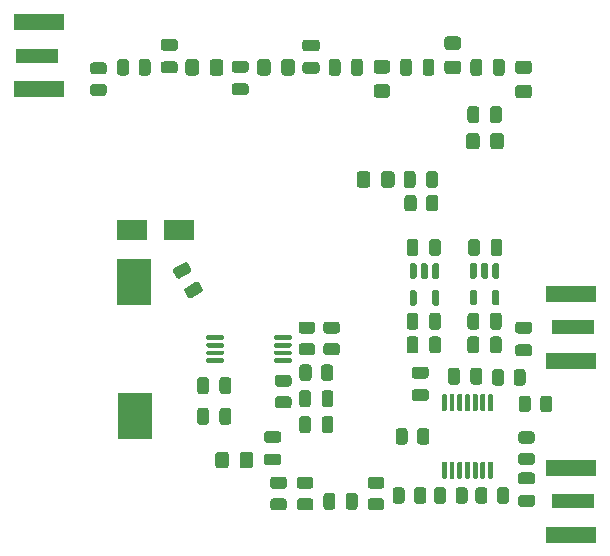
<source format=gbr>
%TF.GenerationSoftware,KiCad,Pcbnew,5.1.8*%
%TF.CreationDate,2020-12-19T17:09:28+01:00*%
%TF.ProjectId,GNI-plutoclocker,474e492d-706c-4757-946f-636c6f636b65,rev?*%
%TF.SameCoordinates,Original*%
%TF.FileFunction,Paste,Top*%
%TF.FilePolarity,Positive*%
%FSLAX46Y46*%
G04 Gerber Fmt 4.6, Leading zero omitted, Abs format (unit mm)*
G04 Created by KiCad (PCBNEW 5.1.8) date 2020-12-19 17:09:28*
%MOMM*%
%LPD*%
G01*
G04 APERTURE LIST*
%ADD10R,3.000000X4.000000*%
%ADD11R,3.600000X1.270000*%
%ADD12R,4.200000X1.350000*%
%ADD13R,2.500000X1.800000*%
G04 APERTURE END LIST*
%TO.C,C12*%
G36*
G01*
X103225000Y-87800000D02*
X102275000Y-87800000D01*
G75*
G02*
X102025000Y-87550000I0J250000D01*
G01*
X102025000Y-87050000D01*
G75*
G02*
X102275000Y-86800000I250000J0D01*
G01*
X103225000Y-86800000D01*
G75*
G02*
X103475000Y-87050000I0J-250000D01*
G01*
X103475000Y-87550000D01*
G75*
G02*
X103225000Y-87800000I-250000J0D01*
G01*
G37*
G36*
G01*
X103225000Y-89700000D02*
X102275000Y-89700000D01*
G75*
G02*
X102025000Y-89450000I0J250000D01*
G01*
X102025000Y-88950000D01*
G75*
G02*
X102275000Y-88700000I250000J0D01*
G01*
X103225000Y-88700000D01*
G75*
G02*
X103475000Y-88950000I0J-250000D01*
G01*
X103475000Y-89450000D01*
G75*
G02*
X103225000Y-89700000I-250000J0D01*
G01*
G37*
%TD*%
%TO.C,L9*%
G36*
G01*
X99050000Y-88799999D02*
X99050000Y-89700001D01*
G75*
G02*
X98800001Y-89950000I-249999J0D01*
G01*
X98149999Y-89950000D01*
G75*
G02*
X97900000Y-89700001I0J249999D01*
G01*
X97900000Y-88799999D01*
G75*
G02*
X98149999Y-88550000I249999J0D01*
G01*
X98800001Y-88550000D01*
G75*
G02*
X99050000Y-88799999I0J-249999D01*
G01*
G37*
G36*
G01*
X101100000Y-88799999D02*
X101100000Y-89700001D01*
G75*
G02*
X100850001Y-89950000I-249999J0D01*
G01*
X100199999Y-89950000D01*
G75*
G02*
X99950000Y-89700001I0J249999D01*
G01*
X99950000Y-88799999D01*
G75*
G02*
X100199999Y-88550000I249999J0D01*
G01*
X100850001Y-88550000D01*
G75*
G02*
X101100000Y-88799999I0J-249999D01*
G01*
G37*
%TD*%
%TO.C,C17*%
G36*
G01*
X120250000Y-79025000D02*
X120250000Y-79975000D01*
G75*
G02*
X120000000Y-80225000I-250000J0D01*
G01*
X119500000Y-80225000D01*
G75*
G02*
X119250000Y-79975000I0J250000D01*
G01*
X119250000Y-79025000D01*
G75*
G02*
X119500000Y-78775000I250000J0D01*
G01*
X120000000Y-78775000D01*
G75*
G02*
X120250000Y-79025000I0J-250000D01*
G01*
G37*
G36*
G01*
X122150000Y-79025000D02*
X122150000Y-79975000D01*
G75*
G02*
X121900000Y-80225000I-250000J0D01*
G01*
X121400000Y-80225000D01*
G75*
G02*
X121150000Y-79975000I0J250000D01*
G01*
X121150000Y-79025000D01*
G75*
G02*
X121400000Y-78775000I250000J0D01*
G01*
X121900000Y-78775000D01*
G75*
G02*
X122150000Y-79025000I0J-250000D01*
G01*
G37*
%TD*%
%TO.C,C4*%
G36*
G01*
X108050000Y-92275000D02*
X108050000Y-93225000D01*
G75*
G02*
X107800000Y-93475000I-250000J0D01*
G01*
X107300000Y-93475000D01*
G75*
G02*
X107050000Y-93225000I0J250000D01*
G01*
X107050000Y-92275000D01*
G75*
G02*
X107300000Y-92025000I250000J0D01*
G01*
X107800000Y-92025000D01*
G75*
G02*
X108050000Y-92275000I0J-250000D01*
G01*
G37*
G36*
G01*
X109950000Y-92275000D02*
X109950000Y-93225000D01*
G75*
G02*
X109700000Y-93475000I-250000J0D01*
G01*
X109200000Y-93475000D01*
G75*
G02*
X108950000Y-93225000I0J250000D01*
G01*
X108950000Y-92275000D01*
G75*
G02*
X109200000Y-92025000I250000J0D01*
G01*
X109700000Y-92025000D01*
G75*
G02*
X109950000Y-92275000I0J-250000D01*
G01*
G37*
%TD*%
%TO.C,C9*%
G36*
G01*
X115100000Y-77025000D02*
X115100000Y-77975000D01*
G75*
G02*
X114850000Y-78225000I-250000J0D01*
G01*
X114350000Y-78225000D01*
G75*
G02*
X114100000Y-77975000I0J250000D01*
G01*
X114100000Y-77025000D01*
G75*
G02*
X114350000Y-76775000I250000J0D01*
G01*
X114850000Y-76775000D01*
G75*
G02*
X115100000Y-77025000I0J-250000D01*
G01*
G37*
G36*
G01*
X117000000Y-77025000D02*
X117000000Y-77975000D01*
G75*
G02*
X116750000Y-78225000I-250000J0D01*
G01*
X116250000Y-78225000D01*
G75*
G02*
X116000000Y-77975000I0J250000D01*
G01*
X116000000Y-77025000D01*
G75*
G02*
X116250000Y-76775000I250000J0D01*
G01*
X116750000Y-76775000D01*
G75*
G02*
X117000000Y-77025000I0J-250000D01*
G01*
G37*
%TD*%
%TO.C,C16*%
G36*
G01*
X115100000Y-79025000D02*
X115100000Y-79975000D01*
G75*
G02*
X114850000Y-80225000I-250000J0D01*
G01*
X114350000Y-80225000D01*
G75*
G02*
X114100000Y-79975000I0J250000D01*
G01*
X114100000Y-79025000D01*
G75*
G02*
X114350000Y-78775000I250000J0D01*
G01*
X114850000Y-78775000D01*
G75*
G02*
X115100000Y-79025000I0J-250000D01*
G01*
G37*
G36*
G01*
X117000000Y-79025000D02*
X117000000Y-79975000D01*
G75*
G02*
X116750000Y-80225000I-250000J0D01*
G01*
X116250000Y-80225000D01*
G75*
G02*
X116000000Y-79975000I0J250000D01*
G01*
X116000000Y-79025000D01*
G75*
G02*
X116250000Y-78775000I250000J0D01*
G01*
X116750000Y-78775000D01*
G75*
G02*
X117000000Y-79025000I0J-250000D01*
G01*
G37*
%TD*%
%TO.C,U1*%
G36*
G01*
X116400000Y-74862500D02*
X116700000Y-74862500D01*
G75*
G02*
X116850000Y-75012500I0J-150000D01*
G01*
X116850000Y-76037500D01*
G75*
G02*
X116700000Y-76187500I-150000J0D01*
G01*
X116400000Y-76187500D01*
G75*
G02*
X116250000Y-76037500I0J150000D01*
G01*
X116250000Y-75012500D01*
G75*
G02*
X116400000Y-74862500I150000J0D01*
G01*
G37*
G36*
G01*
X114500000Y-74862500D02*
X114800000Y-74862500D01*
G75*
G02*
X114950000Y-75012500I0J-150000D01*
G01*
X114950000Y-76037500D01*
G75*
G02*
X114800000Y-76187500I-150000J0D01*
G01*
X114500000Y-76187500D01*
G75*
G02*
X114350000Y-76037500I0J150000D01*
G01*
X114350000Y-75012500D01*
G75*
G02*
X114500000Y-74862500I150000J0D01*
G01*
G37*
G36*
G01*
X114500000Y-72587500D02*
X114800000Y-72587500D01*
G75*
G02*
X114950000Y-72737500I0J-150000D01*
G01*
X114950000Y-73762500D01*
G75*
G02*
X114800000Y-73912500I-150000J0D01*
G01*
X114500000Y-73912500D01*
G75*
G02*
X114350000Y-73762500I0J150000D01*
G01*
X114350000Y-72737500D01*
G75*
G02*
X114500000Y-72587500I150000J0D01*
G01*
G37*
G36*
G01*
X115450000Y-72587500D02*
X115750000Y-72587500D01*
G75*
G02*
X115900000Y-72737500I0J-150000D01*
G01*
X115900000Y-73762500D01*
G75*
G02*
X115750000Y-73912500I-150000J0D01*
G01*
X115450000Y-73912500D01*
G75*
G02*
X115300000Y-73762500I0J150000D01*
G01*
X115300000Y-72737500D01*
G75*
G02*
X115450000Y-72587500I150000J0D01*
G01*
G37*
G36*
G01*
X116400000Y-72587500D02*
X116700000Y-72587500D01*
G75*
G02*
X116850000Y-72737500I0J-150000D01*
G01*
X116850000Y-73762500D01*
G75*
G02*
X116700000Y-73912500I-150000J0D01*
G01*
X116400000Y-73912500D01*
G75*
G02*
X116250000Y-73762500I0J150000D01*
G01*
X116250000Y-72737500D01*
G75*
G02*
X116400000Y-72587500I150000J0D01*
G01*
G37*
%TD*%
%TO.C,C2*%
G36*
G01*
X115100000Y-70775000D02*
X115100000Y-71725000D01*
G75*
G02*
X114850000Y-71975000I-250000J0D01*
G01*
X114350000Y-71975000D01*
G75*
G02*
X114100000Y-71725000I0J250000D01*
G01*
X114100000Y-70775000D01*
G75*
G02*
X114350000Y-70525000I250000J0D01*
G01*
X114850000Y-70525000D01*
G75*
G02*
X115100000Y-70775000I0J-250000D01*
G01*
G37*
G36*
G01*
X117000000Y-70775000D02*
X117000000Y-71725000D01*
G75*
G02*
X116750000Y-71975000I-250000J0D01*
G01*
X116250000Y-71975000D01*
G75*
G02*
X116000000Y-71725000I0J250000D01*
G01*
X116000000Y-70775000D01*
G75*
G02*
X116250000Y-70525000I250000J0D01*
G01*
X116750000Y-70525000D01*
G75*
G02*
X117000000Y-70775000I0J-250000D01*
G01*
G37*
%TD*%
%TO.C,R15*%
G36*
G01*
X125400000Y-84950002D02*
X125400000Y-84049998D01*
G75*
G02*
X125649998Y-83800000I249998J0D01*
G01*
X126175002Y-83800000D01*
G75*
G02*
X126425000Y-84049998I0J-249998D01*
G01*
X126425000Y-84950002D01*
G75*
G02*
X126175002Y-85200000I-249998J0D01*
G01*
X125649998Y-85200000D01*
G75*
G02*
X125400000Y-84950002I0J249998D01*
G01*
G37*
G36*
G01*
X123575000Y-84950002D02*
X123575000Y-84049998D01*
G75*
G02*
X123824998Y-83800000I249998J0D01*
G01*
X124350002Y-83800000D01*
G75*
G02*
X124600000Y-84049998I0J-249998D01*
G01*
X124600000Y-84950002D01*
G75*
G02*
X124350002Y-85200000I-249998J0D01*
G01*
X123824998Y-85200000D01*
G75*
G02*
X123575000Y-84950002I0J249998D01*
G01*
G37*
%TD*%
%TO.C,C6*%
G36*
G01*
X98250000Y-86025000D02*
X98250000Y-85075000D01*
G75*
G02*
X98500000Y-84825000I250000J0D01*
G01*
X99000000Y-84825000D01*
G75*
G02*
X99250000Y-85075000I0J-250000D01*
G01*
X99250000Y-86025000D01*
G75*
G02*
X99000000Y-86275000I-250000J0D01*
G01*
X98500000Y-86275000D01*
G75*
G02*
X98250000Y-86025000I0J250000D01*
G01*
G37*
G36*
G01*
X96350000Y-86025000D02*
X96350000Y-85075000D01*
G75*
G02*
X96600000Y-84825000I250000J0D01*
G01*
X97100000Y-84825000D01*
G75*
G02*
X97350000Y-85075000I0J-250000D01*
G01*
X97350000Y-86025000D01*
G75*
G02*
X97100000Y-86275000I-250000J0D01*
G01*
X96600000Y-86275000D01*
G75*
G02*
X96350000Y-86025000I0J250000D01*
G01*
G37*
%TD*%
%TO.C,U4*%
G36*
G01*
X121100000Y-89375000D02*
X121300000Y-89375000D01*
G75*
G02*
X121400000Y-89475000I0J-100000D01*
G01*
X121400000Y-90750000D01*
G75*
G02*
X121300000Y-90850000I-100000J0D01*
G01*
X121100000Y-90850000D01*
G75*
G02*
X121000000Y-90750000I0J100000D01*
G01*
X121000000Y-89475000D01*
G75*
G02*
X121100000Y-89375000I100000J0D01*
G01*
G37*
G36*
G01*
X120450000Y-89375000D02*
X120650000Y-89375000D01*
G75*
G02*
X120750000Y-89475000I0J-100000D01*
G01*
X120750000Y-90750000D01*
G75*
G02*
X120650000Y-90850000I-100000J0D01*
G01*
X120450000Y-90850000D01*
G75*
G02*
X120350000Y-90750000I0J100000D01*
G01*
X120350000Y-89475000D01*
G75*
G02*
X120450000Y-89375000I100000J0D01*
G01*
G37*
G36*
G01*
X119800000Y-89375000D02*
X120000000Y-89375000D01*
G75*
G02*
X120100000Y-89475000I0J-100000D01*
G01*
X120100000Y-90750000D01*
G75*
G02*
X120000000Y-90850000I-100000J0D01*
G01*
X119800000Y-90850000D01*
G75*
G02*
X119700000Y-90750000I0J100000D01*
G01*
X119700000Y-89475000D01*
G75*
G02*
X119800000Y-89375000I100000J0D01*
G01*
G37*
G36*
G01*
X119150000Y-89375000D02*
X119350000Y-89375000D01*
G75*
G02*
X119450000Y-89475000I0J-100000D01*
G01*
X119450000Y-90750000D01*
G75*
G02*
X119350000Y-90850000I-100000J0D01*
G01*
X119150000Y-90850000D01*
G75*
G02*
X119050000Y-90750000I0J100000D01*
G01*
X119050000Y-89475000D01*
G75*
G02*
X119150000Y-89375000I100000J0D01*
G01*
G37*
G36*
G01*
X118500000Y-89375000D02*
X118700000Y-89375000D01*
G75*
G02*
X118800000Y-89475000I0J-100000D01*
G01*
X118800000Y-90750000D01*
G75*
G02*
X118700000Y-90850000I-100000J0D01*
G01*
X118500000Y-90850000D01*
G75*
G02*
X118400000Y-90750000I0J100000D01*
G01*
X118400000Y-89475000D01*
G75*
G02*
X118500000Y-89375000I100000J0D01*
G01*
G37*
G36*
G01*
X117850000Y-89375000D02*
X118050000Y-89375000D01*
G75*
G02*
X118150000Y-89475000I0J-100000D01*
G01*
X118150000Y-90750000D01*
G75*
G02*
X118050000Y-90850000I-100000J0D01*
G01*
X117850000Y-90850000D01*
G75*
G02*
X117750000Y-90750000I0J100000D01*
G01*
X117750000Y-89475000D01*
G75*
G02*
X117850000Y-89375000I100000J0D01*
G01*
G37*
G36*
G01*
X117200000Y-89375000D02*
X117400000Y-89375000D01*
G75*
G02*
X117500000Y-89475000I0J-100000D01*
G01*
X117500000Y-90750000D01*
G75*
G02*
X117400000Y-90850000I-100000J0D01*
G01*
X117200000Y-90850000D01*
G75*
G02*
X117100000Y-90750000I0J100000D01*
G01*
X117100000Y-89475000D01*
G75*
G02*
X117200000Y-89375000I100000J0D01*
G01*
G37*
G36*
G01*
X117200000Y-83650000D02*
X117400000Y-83650000D01*
G75*
G02*
X117500000Y-83750000I0J-100000D01*
G01*
X117500000Y-85025000D01*
G75*
G02*
X117400000Y-85125000I-100000J0D01*
G01*
X117200000Y-85125000D01*
G75*
G02*
X117100000Y-85025000I0J100000D01*
G01*
X117100000Y-83750000D01*
G75*
G02*
X117200000Y-83650000I100000J0D01*
G01*
G37*
G36*
G01*
X117850000Y-83650000D02*
X118050000Y-83650000D01*
G75*
G02*
X118150000Y-83750000I0J-100000D01*
G01*
X118150000Y-85025000D01*
G75*
G02*
X118050000Y-85125000I-100000J0D01*
G01*
X117850000Y-85125000D01*
G75*
G02*
X117750000Y-85025000I0J100000D01*
G01*
X117750000Y-83750000D01*
G75*
G02*
X117850000Y-83650000I100000J0D01*
G01*
G37*
G36*
G01*
X118500000Y-83650000D02*
X118700000Y-83650000D01*
G75*
G02*
X118800000Y-83750000I0J-100000D01*
G01*
X118800000Y-85025000D01*
G75*
G02*
X118700000Y-85125000I-100000J0D01*
G01*
X118500000Y-85125000D01*
G75*
G02*
X118400000Y-85025000I0J100000D01*
G01*
X118400000Y-83750000D01*
G75*
G02*
X118500000Y-83650000I100000J0D01*
G01*
G37*
G36*
G01*
X119150000Y-83650000D02*
X119350000Y-83650000D01*
G75*
G02*
X119450000Y-83750000I0J-100000D01*
G01*
X119450000Y-85025000D01*
G75*
G02*
X119350000Y-85125000I-100000J0D01*
G01*
X119150000Y-85125000D01*
G75*
G02*
X119050000Y-85025000I0J100000D01*
G01*
X119050000Y-83750000D01*
G75*
G02*
X119150000Y-83650000I100000J0D01*
G01*
G37*
G36*
G01*
X119800000Y-83650000D02*
X120000000Y-83650000D01*
G75*
G02*
X120100000Y-83750000I0J-100000D01*
G01*
X120100000Y-85025000D01*
G75*
G02*
X120000000Y-85125000I-100000J0D01*
G01*
X119800000Y-85125000D01*
G75*
G02*
X119700000Y-85025000I0J100000D01*
G01*
X119700000Y-83750000D01*
G75*
G02*
X119800000Y-83650000I100000J0D01*
G01*
G37*
G36*
G01*
X120450000Y-83650000D02*
X120650000Y-83650000D01*
G75*
G02*
X120750000Y-83750000I0J-100000D01*
G01*
X120750000Y-85025000D01*
G75*
G02*
X120650000Y-85125000I-100000J0D01*
G01*
X120450000Y-85125000D01*
G75*
G02*
X120350000Y-85025000I0J100000D01*
G01*
X120350000Y-83750000D01*
G75*
G02*
X120450000Y-83650000I100000J0D01*
G01*
G37*
G36*
G01*
X121100000Y-83650000D02*
X121300000Y-83650000D01*
G75*
G02*
X121400000Y-83750000I0J-100000D01*
G01*
X121400000Y-85025000D01*
G75*
G02*
X121300000Y-85125000I-100000J0D01*
G01*
X121100000Y-85125000D01*
G75*
G02*
X121000000Y-85025000I0J100000D01*
G01*
X121000000Y-83750000D01*
G75*
G02*
X121100000Y-83650000I100000J0D01*
G01*
G37*
%TD*%
D10*
%TO.C,L3*%
X91060000Y-85520000D03*
X91040000Y-74180000D03*
%TD*%
%TO.C,U3*%
G36*
G01*
X98625000Y-80725000D02*
X98625000Y-80925000D01*
G75*
G02*
X98525000Y-81025000I-100000J0D01*
G01*
X97250000Y-81025000D01*
G75*
G02*
X97150000Y-80925000I0J100000D01*
G01*
X97150000Y-80725000D01*
G75*
G02*
X97250000Y-80625000I100000J0D01*
G01*
X98525000Y-80625000D01*
G75*
G02*
X98625000Y-80725000I0J-100000D01*
G01*
G37*
G36*
G01*
X98625000Y-80075000D02*
X98625000Y-80275000D01*
G75*
G02*
X98525000Y-80375000I-100000J0D01*
G01*
X97250000Y-80375000D01*
G75*
G02*
X97150000Y-80275000I0J100000D01*
G01*
X97150000Y-80075000D01*
G75*
G02*
X97250000Y-79975000I100000J0D01*
G01*
X98525000Y-79975000D01*
G75*
G02*
X98625000Y-80075000I0J-100000D01*
G01*
G37*
G36*
G01*
X98625000Y-79425000D02*
X98625000Y-79625000D01*
G75*
G02*
X98525000Y-79725000I-100000J0D01*
G01*
X97250000Y-79725000D01*
G75*
G02*
X97150000Y-79625000I0J100000D01*
G01*
X97150000Y-79425000D01*
G75*
G02*
X97250000Y-79325000I100000J0D01*
G01*
X98525000Y-79325000D01*
G75*
G02*
X98625000Y-79425000I0J-100000D01*
G01*
G37*
G36*
G01*
X98625000Y-78775000D02*
X98625000Y-78975000D01*
G75*
G02*
X98525000Y-79075000I-100000J0D01*
G01*
X97250000Y-79075000D01*
G75*
G02*
X97150000Y-78975000I0J100000D01*
G01*
X97150000Y-78775000D01*
G75*
G02*
X97250000Y-78675000I100000J0D01*
G01*
X98525000Y-78675000D01*
G75*
G02*
X98625000Y-78775000I0J-100000D01*
G01*
G37*
G36*
G01*
X104350000Y-78775000D02*
X104350000Y-78975000D01*
G75*
G02*
X104250000Y-79075000I-100000J0D01*
G01*
X102975000Y-79075000D01*
G75*
G02*
X102875000Y-78975000I0J100000D01*
G01*
X102875000Y-78775000D01*
G75*
G02*
X102975000Y-78675000I100000J0D01*
G01*
X104250000Y-78675000D01*
G75*
G02*
X104350000Y-78775000I0J-100000D01*
G01*
G37*
G36*
G01*
X104350000Y-79425000D02*
X104350000Y-79625000D01*
G75*
G02*
X104250000Y-79725000I-100000J0D01*
G01*
X102975000Y-79725000D01*
G75*
G02*
X102875000Y-79625000I0J100000D01*
G01*
X102875000Y-79425000D01*
G75*
G02*
X102975000Y-79325000I100000J0D01*
G01*
X104250000Y-79325000D01*
G75*
G02*
X104350000Y-79425000I0J-100000D01*
G01*
G37*
G36*
G01*
X104350000Y-80075000D02*
X104350000Y-80275000D01*
G75*
G02*
X104250000Y-80375000I-100000J0D01*
G01*
X102975000Y-80375000D01*
G75*
G02*
X102875000Y-80275000I0J100000D01*
G01*
X102875000Y-80075000D01*
G75*
G02*
X102975000Y-79975000I100000J0D01*
G01*
X104250000Y-79975000D01*
G75*
G02*
X104350000Y-80075000I0J-100000D01*
G01*
G37*
G36*
G01*
X104350000Y-80725000D02*
X104350000Y-80925000D01*
G75*
G02*
X104250000Y-81025000I-100000J0D01*
G01*
X102975000Y-81025000D01*
G75*
G02*
X102875000Y-80925000I0J100000D01*
G01*
X102875000Y-80725000D01*
G75*
G02*
X102975000Y-80625000I100000J0D01*
G01*
X104250000Y-80625000D01*
G75*
G02*
X104350000Y-80725000I0J-100000D01*
G01*
G37*
%TD*%
%TO.C,U2*%
G36*
G01*
X121500000Y-74837500D02*
X121800000Y-74837500D01*
G75*
G02*
X121950000Y-74987500I0J-150000D01*
G01*
X121950000Y-76012500D01*
G75*
G02*
X121800000Y-76162500I-150000J0D01*
G01*
X121500000Y-76162500D01*
G75*
G02*
X121350000Y-76012500I0J150000D01*
G01*
X121350000Y-74987500D01*
G75*
G02*
X121500000Y-74837500I150000J0D01*
G01*
G37*
G36*
G01*
X119600000Y-74837500D02*
X119900000Y-74837500D01*
G75*
G02*
X120050000Y-74987500I0J-150000D01*
G01*
X120050000Y-76012500D01*
G75*
G02*
X119900000Y-76162500I-150000J0D01*
G01*
X119600000Y-76162500D01*
G75*
G02*
X119450000Y-76012500I0J150000D01*
G01*
X119450000Y-74987500D01*
G75*
G02*
X119600000Y-74837500I150000J0D01*
G01*
G37*
G36*
G01*
X119600000Y-72562500D02*
X119900000Y-72562500D01*
G75*
G02*
X120050000Y-72712500I0J-150000D01*
G01*
X120050000Y-73737500D01*
G75*
G02*
X119900000Y-73887500I-150000J0D01*
G01*
X119600000Y-73887500D01*
G75*
G02*
X119450000Y-73737500I0J150000D01*
G01*
X119450000Y-72712500D01*
G75*
G02*
X119600000Y-72562500I150000J0D01*
G01*
G37*
G36*
G01*
X120550000Y-72562500D02*
X120850000Y-72562500D01*
G75*
G02*
X121000000Y-72712500I0J-150000D01*
G01*
X121000000Y-73737500D01*
G75*
G02*
X120850000Y-73887500I-150000J0D01*
G01*
X120550000Y-73887500D01*
G75*
G02*
X120400000Y-73737500I0J150000D01*
G01*
X120400000Y-72712500D01*
G75*
G02*
X120550000Y-72562500I150000J0D01*
G01*
G37*
G36*
G01*
X121500000Y-72562500D02*
X121800000Y-72562500D01*
G75*
G02*
X121950000Y-72712500I0J-150000D01*
G01*
X121950000Y-73737500D01*
G75*
G02*
X121800000Y-73887500I-150000J0D01*
G01*
X121500000Y-73887500D01*
G75*
G02*
X121350000Y-73737500I0J150000D01*
G01*
X121350000Y-72712500D01*
G75*
G02*
X121500000Y-72562500I150000J0D01*
G01*
G37*
%TD*%
%TO.C,R17*%
G36*
G01*
X118237500Y-92700002D02*
X118237500Y-91799998D01*
G75*
G02*
X118487498Y-91550000I249998J0D01*
G01*
X119012502Y-91550000D01*
G75*
G02*
X119262500Y-91799998I0J-249998D01*
G01*
X119262500Y-92700002D01*
G75*
G02*
X119012502Y-92950000I-249998J0D01*
G01*
X118487498Y-92950000D01*
G75*
G02*
X118237500Y-92700002I0J249998D01*
G01*
G37*
G36*
G01*
X116412500Y-92700002D02*
X116412500Y-91799998D01*
G75*
G02*
X116662498Y-91550000I249998J0D01*
G01*
X117187502Y-91550000D01*
G75*
G02*
X117437500Y-91799998I0J-249998D01*
G01*
X117437500Y-92700002D01*
G75*
G02*
X117187502Y-92950000I-249998J0D01*
G01*
X116662498Y-92950000D01*
G75*
G02*
X116412500Y-92700002I0J249998D01*
G01*
G37*
%TD*%
%TO.C,R16*%
G36*
G01*
X120937500Y-91799998D02*
X120937500Y-92700002D01*
G75*
G02*
X120687502Y-92950000I-249998J0D01*
G01*
X120162498Y-92950000D01*
G75*
G02*
X119912500Y-92700002I0J249998D01*
G01*
X119912500Y-91799998D01*
G75*
G02*
X120162498Y-91550000I249998J0D01*
G01*
X120687502Y-91550000D01*
G75*
G02*
X120937500Y-91799998I0J-249998D01*
G01*
G37*
G36*
G01*
X122762500Y-91799998D02*
X122762500Y-92700002D01*
G75*
G02*
X122512502Y-92950000I-249998J0D01*
G01*
X121987498Y-92950000D01*
G75*
G02*
X121737500Y-92700002I0J249998D01*
G01*
X121737500Y-91799998D01*
G75*
G02*
X121987498Y-91550000I249998J0D01*
G01*
X122512502Y-91550000D01*
G75*
G02*
X122762500Y-91799998I0J-249998D01*
G01*
G37*
%TD*%
%TO.C,R14*%
G36*
G01*
X123150000Y-82700002D02*
X123150000Y-81799998D01*
G75*
G02*
X123399998Y-81550000I249998J0D01*
G01*
X123925002Y-81550000D01*
G75*
G02*
X124175000Y-81799998I0J-249998D01*
G01*
X124175000Y-82700002D01*
G75*
G02*
X123925002Y-82950000I-249998J0D01*
G01*
X123399998Y-82950000D01*
G75*
G02*
X123150000Y-82700002I0J249998D01*
G01*
G37*
G36*
G01*
X121325000Y-82700002D02*
X121325000Y-81799998D01*
G75*
G02*
X121574998Y-81550000I249998J0D01*
G01*
X122100002Y-81550000D01*
G75*
G02*
X122350000Y-81799998I0J-249998D01*
G01*
X122350000Y-82700002D01*
G75*
G02*
X122100002Y-82950000I-249998J0D01*
G01*
X121574998Y-82950000D01*
G75*
G02*
X121325000Y-82700002I0J249998D01*
G01*
G37*
%TD*%
%TO.C,R13*%
G36*
G01*
X113937500Y-91799998D02*
X113937500Y-92700002D01*
G75*
G02*
X113687502Y-92950000I-249998J0D01*
G01*
X113162498Y-92950000D01*
G75*
G02*
X112912500Y-92700002I0J249998D01*
G01*
X112912500Y-91799998D01*
G75*
G02*
X113162498Y-91550000I249998J0D01*
G01*
X113687502Y-91550000D01*
G75*
G02*
X113937500Y-91799998I0J-249998D01*
G01*
G37*
G36*
G01*
X115762500Y-91799998D02*
X115762500Y-92700002D01*
G75*
G02*
X115512502Y-92950000I-249998J0D01*
G01*
X114987498Y-92950000D01*
G75*
G02*
X114737500Y-92700002I0J249998D01*
G01*
X114737500Y-91799998D01*
G75*
G02*
X114987498Y-91550000I249998J0D01*
G01*
X115512502Y-91550000D01*
G75*
G02*
X115762500Y-91799998I0J-249998D01*
G01*
G37*
%TD*%
%TO.C,R12*%
G36*
G01*
X114187500Y-86799998D02*
X114187500Y-87700002D01*
G75*
G02*
X113937502Y-87950000I-249998J0D01*
G01*
X113412498Y-87950000D01*
G75*
G02*
X113162500Y-87700002I0J249998D01*
G01*
X113162500Y-86799998D01*
G75*
G02*
X113412498Y-86550000I249998J0D01*
G01*
X113937502Y-86550000D01*
G75*
G02*
X114187500Y-86799998I0J-249998D01*
G01*
G37*
G36*
G01*
X116012500Y-86799998D02*
X116012500Y-87700002D01*
G75*
G02*
X115762502Y-87950000I-249998J0D01*
G01*
X115237498Y-87950000D01*
G75*
G02*
X114987500Y-87700002I0J249998D01*
G01*
X114987500Y-86799998D01*
G75*
G02*
X115237498Y-86550000I249998J0D01*
G01*
X115762502Y-86550000D01*
G75*
G02*
X116012500Y-86799998I0J-249998D01*
G01*
G37*
%TD*%
%TO.C,R11*%
G36*
G01*
X123799998Y-88650000D02*
X124700002Y-88650000D01*
G75*
G02*
X124950000Y-88899998I0J-249998D01*
G01*
X124950000Y-89425002D01*
G75*
G02*
X124700002Y-89675000I-249998J0D01*
G01*
X123799998Y-89675000D01*
G75*
G02*
X123550000Y-89425002I0J249998D01*
G01*
X123550000Y-88899998D01*
G75*
G02*
X123799998Y-88650000I249998J0D01*
G01*
G37*
G36*
G01*
X123799998Y-86825000D02*
X124700002Y-86825000D01*
G75*
G02*
X124950000Y-87074998I0J-249998D01*
G01*
X124950000Y-87600002D01*
G75*
G02*
X124700002Y-87850000I-249998J0D01*
G01*
X123799998Y-87850000D01*
G75*
G02*
X123550000Y-87600002I0J249998D01*
G01*
X123550000Y-87074998D01*
G75*
G02*
X123799998Y-86825000I249998J0D01*
G01*
G37*
%TD*%
%TO.C,R10*%
G36*
G01*
X111950002Y-91687500D02*
X111049998Y-91687500D01*
G75*
G02*
X110800000Y-91437502I0J249998D01*
G01*
X110800000Y-90912498D01*
G75*
G02*
X111049998Y-90662500I249998J0D01*
G01*
X111950002Y-90662500D01*
G75*
G02*
X112200000Y-90912498I0J-249998D01*
G01*
X112200000Y-91437502D01*
G75*
G02*
X111950002Y-91687500I-249998J0D01*
G01*
G37*
G36*
G01*
X111950002Y-93512500D02*
X111049998Y-93512500D01*
G75*
G02*
X110800000Y-93262502I0J249998D01*
G01*
X110800000Y-92737498D01*
G75*
G02*
X111049998Y-92487500I249998J0D01*
G01*
X111950002Y-92487500D01*
G75*
G02*
X112200000Y-92737498I0J-249998D01*
G01*
X112200000Y-93262502D01*
G75*
G02*
X111950002Y-93512500I-249998J0D01*
G01*
G37*
%TD*%
%TO.C,R9*%
G36*
G01*
X115737500Y-67950002D02*
X115737500Y-67049998D01*
G75*
G02*
X115987498Y-66800000I249998J0D01*
G01*
X116512502Y-66800000D01*
G75*
G02*
X116762500Y-67049998I0J-249998D01*
G01*
X116762500Y-67950002D01*
G75*
G02*
X116512502Y-68200000I-249998J0D01*
G01*
X115987498Y-68200000D01*
G75*
G02*
X115737500Y-67950002I0J249998D01*
G01*
G37*
G36*
G01*
X113912500Y-67950002D02*
X113912500Y-67049998D01*
G75*
G02*
X114162498Y-66800000I249998J0D01*
G01*
X114687502Y-66800000D01*
G75*
G02*
X114937500Y-67049998I0J-249998D01*
G01*
X114937500Y-67950002D01*
G75*
G02*
X114687502Y-68200000I-249998J0D01*
G01*
X114162498Y-68200000D01*
G75*
G02*
X113912500Y-67950002I0J249998D01*
G01*
G37*
%TD*%
%TO.C,R8*%
G36*
G01*
X106850000Y-82300002D02*
X106850000Y-81399998D01*
G75*
G02*
X107099998Y-81150000I249998J0D01*
G01*
X107625002Y-81150000D01*
G75*
G02*
X107875000Y-81399998I0J-249998D01*
G01*
X107875000Y-82300002D01*
G75*
G02*
X107625002Y-82550000I-249998J0D01*
G01*
X107099998Y-82550000D01*
G75*
G02*
X106850000Y-82300002I0J249998D01*
G01*
G37*
G36*
G01*
X105025000Y-82300002D02*
X105025000Y-81399998D01*
G75*
G02*
X105274998Y-81150000I249998J0D01*
G01*
X105800002Y-81150000D01*
G75*
G02*
X106050000Y-81399998I0J-249998D01*
G01*
X106050000Y-82300002D01*
G75*
G02*
X105800002Y-82550000I-249998J0D01*
G01*
X105274998Y-82550000D01*
G75*
G02*
X105025000Y-82300002I0J249998D01*
G01*
G37*
%TD*%
%TO.C,R7*%
G36*
G01*
X105199998Y-79350000D02*
X106100002Y-79350000D01*
G75*
G02*
X106350000Y-79599998I0J-249998D01*
G01*
X106350000Y-80125002D01*
G75*
G02*
X106100002Y-80375000I-249998J0D01*
G01*
X105199998Y-80375000D01*
G75*
G02*
X104950000Y-80125002I0J249998D01*
G01*
X104950000Y-79599998D01*
G75*
G02*
X105199998Y-79350000I249998J0D01*
G01*
G37*
G36*
G01*
X105199998Y-77525000D02*
X106100002Y-77525000D01*
G75*
G02*
X106350000Y-77774998I0J-249998D01*
G01*
X106350000Y-78300002D01*
G75*
G02*
X106100002Y-78550000I-249998J0D01*
G01*
X105199998Y-78550000D01*
G75*
G02*
X104950000Y-78300002I0J249998D01*
G01*
X104950000Y-77774998D01*
G75*
G02*
X105199998Y-77525000I249998J0D01*
G01*
G37*
%TD*%
%TO.C,R6*%
G36*
G01*
X108200002Y-78550000D02*
X107299998Y-78550000D01*
G75*
G02*
X107050000Y-78300002I0J249998D01*
G01*
X107050000Y-77774998D01*
G75*
G02*
X107299998Y-77525000I249998J0D01*
G01*
X108200002Y-77525000D01*
G75*
G02*
X108450000Y-77774998I0J-249998D01*
G01*
X108450000Y-78300002D01*
G75*
G02*
X108200002Y-78550000I-249998J0D01*
G01*
G37*
G36*
G01*
X108200002Y-80375000D02*
X107299998Y-80375000D01*
G75*
G02*
X107050000Y-80125002I0J249998D01*
G01*
X107050000Y-79599998D01*
G75*
G02*
X107299998Y-79350000I249998J0D01*
G01*
X108200002Y-79350000D01*
G75*
G02*
X108450000Y-79599998I0J-249998D01*
G01*
X108450000Y-80125002D01*
G75*
G02*
X108200002Y-80375000I-249998J0D01*
G01*
G37*
%TD*%
%TO.C,R5*%
G36*
G01*
X103199998Y-83850000D02*
X104100002Y-83850000D01*
G75*
G02*
X104350000Y-84099998I0J-249998D01*
G01*
X104350000Y-84625002D01*
G75*
G02*
X104100002Y-84875000I-249998J0D01*
G01*
X103199998Y-84875000D01*
G75*
G02*
X102950000Y-84625002I0J249998D01*
G01*
X102950000Y-84099998D01*
G75*
G02*
X103199998Y-83850000I249998J0D01*
G01*
G37*
G36*
G01*
X103199998Y-82025000D02*
X104100002Y-82025000D01*
G75*
G02*
X104350000Y-82274998I0J-249998D01*
G01*
X104350000Y-82800002D01*
G75*
G02*
X104100002Y-83050000I-249998J0D01*
G01*
X103199998Y-83050000D01*
G75*
G02*
X102950000Y-82800002I0J249998D01*
G01*
X102950000Y-82274998D01*
G75*
G02*
X103199998Y-82025000I249998J0D01*
G01*
G37*
%TD*%
%TO.C,R4*%
G36*
G01*
X90600000Y-55549998D02*
X90600000Y-56450002D01*
G75*
G02*
X90350002Y-56700000I-249998J0D01*
G01*
X89824998Y-56700000D01*
G75*
G02*
X89575000Y-56450002I0J249998D01*
G01*
X89575000Y-55549998D01*
G75*
G02*
X89824998Y-55300000I249998J0D01*
G01*
X90350002Y-55300000D01*
G75*
G02*
X90600000Y-55549998I0J-249998D01*
G01*
G37*
G36*
G01*
X92425000Y-55549998D02*
X92425000Y-56450002D01*
G75*
G02*
X92175002Y-56700000I-249998J0D01*
G01*
X91649998Y-56700000D01*
G75*
G02*
X91400000Y-56450002I0J249998D01*
G01*
X91400000Y-55549998D01*
G75*
G02*
X91649998Y-55300000I249998J0D01*
G01*
X92175002Y-55300000D01*
G75*
G02*
X92425000Y-55549998I0J-249998D01*
G01*
G37*
%TD*%
%TO.C,R3*%
G36*
G01*
X103700002Y-91687500D02*
X102799998Y-91687500D01*
G75*
G02*
X102550000Y-91437502I0J249998D01*
G01*
X102550000Y-90912498D01*
G75*
G02*
X102799998Y-90662500I249998J0D01*
G01*
X103700002Y-90662500D01*
G75*
G02*
X103950000Y-90912498I0J-249998D01*
G01*
X103950000Y-91437502D01*
G75*
G02*
X103700002Y-91687500I-249998J0D01*
G01*
G37*
G36*
G01*
X103700002Y-93512500D02*
X102799998Y-93512500D01*
G75*
G02*
X102550000Y-93262502I0J249998D01*
G01*
X102550000Y-92737498D01*
G75*
G02*
X102799998Y-92487500I249998J0D01*
G01*
X103700002Y-92487500D01*
G75*
G02*
X103950000Y-92737498I0J-249998D01*
G01*
X103950000Y-93262502D01*
G75*
G02*
X103700002Y-93512500I-249998J0D01*
G01*
G37*
%TD*%
%TO.C,R2*%
G36*
G01*
X105049998Y-92487500D02*
X105950002Y-92487500D01*
G75*
G02*
X106200000Y-92737498I0J-249998D01*
G01*
X106200000Y-93262502D01*
G75*
G02*
X105950002Y-93512500I-249998J0D01*
G01*
X105049998Y-93512500D01*
G75*
G02*
X104800000Y-93262502I0J249998D01*
G01*
X104800000Y-92737498D01*
G75*
G02*
X105049998Y-92487500I249998J0D01*
G01*
G37*
G36*
G01*
X105049998Y-90662500D02*
X105950002Y-90662500D01*
G75*
G02*
X106200000Y-90912498I0J-249998D01*
G01*
X106200000Y-91437502D01*
G75*
G02*
X105950002Y-91687500I-249998J0D01*
G01*
X105049998Y-91687500D01*
G75*
G02*
X104800000Y-91437502I0J249998D01*
G01*
X104800000Y-90912498D01*
G75*
G02*
X105049998Y-90662500I249998J0D01*
G01*
G37*
%TD*%
%TO.C,R1*%
G36*
G01*
X87549998Y-57400000D02*
X88450002Y-57400000D01*
G75*
G02*
X88700000Y-57649998I0J-249998D01*
G01*
X88700000Y-58175002D01*
G75*
G02*
X88450002Y-58425000I-249998J0D01*
G01*
X87549998Y-58425000D01*
G75*
G02*
X87300000Y-58175002I0J249998D01*
G01*
X87300000Y-57649998D01*
G75*
G02*
X87549998Y-57400000I249998J0D01*
G01*
G37*
G36*
G01*
X87549998Y-55575000D02*
X88450002Y-55575000D01*
G75*
G02*
X88700000Y-55824998I0J-249998D01*
G01*
X88700000Y-56350002D01*
G75*
G02*
X88450002Y-56600000I-249998J0D01*
G01*
X87549998Y-56600000D01*
G75*
G02*
X87300000Y-56350002I0J249998D01*
G01*
X87300000Y-55824998D01*
G75*
G02*
X87549998Y-55575000I249998J0D01*
G01*
G37*
%TD*%
%TO.C,L8*%
G36*
G01*
X124450001Y-56575000D02*
X123549999Y-56575000D01*
G75*
G02*
X123300000Y-56325001I0J249999D01*
G01*
X123300000Y-55674999D01*
G75*
G02*
X123549999Y-55425000I249999J0D01*
G01*
X124450001Y-55425000D01*
G75*
G02*
X124700000Y-55674999I0J-249999D01*
G01*
X124700000Y-56325001D01*
G75*
G02*
X124450001Y-56575000I-249999J0D01*
G01*
G37*
G36*
G01*
X124450001Y-58625000D02*
X123549999Y-58625000D01*
G75*
G02*
X123300000Y-58375001I0J249999D01*
G01*
X123300000Y-57724999D01*
G75*
G02*
X123549999Y-57475000I249999J0D01*
G01*
X124450001Y-57475000D01*
G75*
G02*
X124700000Y-57724999I0J-249999D01*
G01*
X124700000Y-58375001D01*
G75*
G02*
X124450001Y-58625000I-249999J0D01*
G01*
G37*
%TD*%
%TO.C,L7*%
G36*
G01*
X121175000Y-62700001D02*
X121175000Y-61799999D01*
G75*
G02*
X121424999Y-61550000I249999J0D01*
G01*
X122075001Y-61550000D01*
G75*
G02*
X122325000Y-61799999I0J-249999D01*
G01*
X122325000Y-62700001D01*
G75*
G02*
X122075001Y-62950000I-249999J0D01*
G01*
X121424999Y-62950000D01*
G75*
G02*
X121175000Y-62700001I0J249999D01*
G01*
G37*
G36*
G01*
X119125000Y-62700001D02*
X119125000Y-61799999D01*
G75*
G02*
X119374999Y-61550000I249999J0D01*
G01*
X120025001Y-61550000D01*
G75*
G02*
X120275000Y-61799999I0J-249999D01*
G01*
X120275000Y-62700001D01*
G75*
G02*
X120025001Y-62950000I-249999J0D01*
G01*
X119374999Y-62950000D01*
G75*
G02*
X119125000Y-62700001I0J249999D01*
G01*
G37*
%TD*%
%TO.C,L6*%
G36*
G01*
X111925000Y-65950001D02*
X111925000Y-65049999D01*
G75*
G02*
X112174999Y-64800000I249999J0D01*
G01*
X112825001Y-64800000D01*
G75*
G02*
X113075000Y-65049999I0J-249999D01*
G01*
X113075000Y-65950001D01*
G75*
G02*
X112825001Y-66200000I-249999J0D01*
G01*
X112174999Y-66200000D01*
G75*
G02*
X111925000Y-65950001I0J249999D01*
G01*
G37*
G36*
G01*
X109875000Y-65950001D02*
X109875000Y-65049999D01*
G75*
G02*
X110124999Y-64800000I249999J0D01*
G01*
X110775001Y-64800000D01*
G75*
G02*
X111025000Y-65049999I0J-249999D01*
G01*
X111025000Y-65950001D01*
G75*
G02*
X110775001Y-66200000I-249999J0D01*
G01*
X110124999Y-66200000D01*
G75*
G02*
X109875000Y-65950001I0J249999D01*
G01*
G37*
%TD*%
%TO.C,L5*%
G36*
G01*
X117549999Y-55425000D02*
X118450001Y-55425000D01*
G75*
G02*
X118700000Y-55674999I0J-249999D01*
G01*
X118700000Y-56325001D01*
G75*
G02*
X118450001Y-56575000I-249999J0D01*
G01*
X117549999Y-56575000D01*
G75*
G02*
X117300000Y-56325001I0J249999D01*
G01*
X117300000Y-55674999D01*
G75*
G02*
X117549999Y-55425000I249999J0D01*
G01*
G37*
G36*
G01*
X117549999Y-53375000D02*
X118450001Y-53375000D01*
G75*
G02*
X118700000Y-53624999I0J-249999D01*
G01*
X118700000Y-54275001D01*
G75*
G02*
X118450001Y-54525000I-249999J0D01*
G01*
X117549999Y-54525000D01*
G75*
G02*
X117300000Y-54275001I0J249999D01*
G01*
X117300000Y-53624999D01*
G75*
G02*
X117549999Y-53375000I249999J0D01*
G01*
G37*
%TD*%
%TO.C,L4*%
G36*
G01*
X112450001Y-56525000D02*
X111549999Y-56525000D01*
G75*
G02*
X111300000Y-56275001I0J249999D01*
G01*
X111300000Y-55624999D01*
G75*
G02*
X111549999Y-55375000I249999J0D01*
G01*
X112450001Y-55375000D01*
G75*
G02*
X112700000Y-55624999I0J-249999D01*
G01*
X112700000Y-56275001D01*
G75*
G02*
X112450001Y-56525000I-249999J0D01*
G01*
G37*
G36*
G01*
X112450001Y-58575000D02*
X111549999Y-58575000D01*
G75*
G02*
X111300000Y-58325001I0J249999D01*
G01*
X111300000Y-57674999D01*
G75*
G02*
X111549999Y-57425000I249999J0D01*
G01*
X112450001Y-57425000D01*
G75*
G02*
X112700000Y-57674999I0J-249999D01*
G01*
X112700000Y-58325001D01*
G75*
G02*
X112450001Y-58575000I-249999J0D01*
G01*
G37*
%TD*%
%TO.C,L2*%
G36*
G01*
X103475000Y-56450001D02*
X103475000Y-55549999D01*
G75*
G02*
X103724999Y-55300000I249999J0D01*
G01*
X104375001Y-55300000D01*
G75*
G02*
X104625000Y-55549999I0J-249999D01*
G01*
X104625000Y-56450001D01*
G75*
G02*
X104375001Y-56700000I-249999J0D01*
G01*
X103724999Y-56700000D01*
G75*
G02*
X103475000Y-56450001I0J249999D01*
G01*
G37*
G36*
G01*
X101425000Y-56450001D02*
X101425000Y-55549999D01*
G75*
G02*
X101674999Y-55300000I249999J0D01*
G01*
X102325001Y-55300000D01*
G75*
G02*
X102575000Y-55549999I0J-249999D01*
G01*
X102575000Y-56450001D01*
G75*
G02*
X102325001Y-56700000I-249999J0D01*
G01*
X101674999Y-56700000D01*
G75*
G02*
X101425000Y-56450001I0J249999D01*
G01*
G37*
%TD*%
%TO.C,L1*%
G36*
G01*
X97425000Y-56450001D02*
X97425000Y-55549999D01*
G75*
G02*
X97674999Y-55300000I249999J0D01*
G01*
X98325001Y-55300000D01*
G75*
G02*
X98575000Y-55549999I0J-249999D01*
G01*
X98575000Y-56450001D01*
G75*
G02*
X98325001Y-56700000I-249999J0D01*
G01*
X97674999Y-56700000D01*
G75*
G02*
X97425000Y-56450001I0J249999D01*
G01*
G37*
G36*
G01*
X95375000Y-56450001D02*
X95375000Y-55549999D01*
G75*
G02*
X95624999Y-55300000I249999J0D01*
G01*
X96275001Y-55300000D01*
G75*
G02*
X96525000Y-55549999I0J-249999D01*
G01*
X96525000Y-56450001D01*
G75*
G02*
X96275001Y-56700000I-249999J0D01*
G01*
X95624999Y-56700000D01*
G75*
G02*
X95375000Y-56450001I0J249999D01*
G01*
G37*
%TD*%
D11*
%TO.C,J6*%
X128200000Y-92750000D03*
D12*
X128000000Y-89925000D03*
X128000000Y-95575000D03*
%TD*%
D11*
%TO.C,J4*%
X128200000Y-78000000D03*
D12*
X128000000Y-75175000D03*
X128000000Y-80825000D03*
%TD*%
D11*
%TO.C,J1*%
X82800000Y-55000000D03*
D12*
X83000000Y-57825000D03*
X83000000Y-52175000D03*
%TD*%
D13*
%TO.C,D1*%
X90850000Y-69750000D03*
X94850000Y-69750000D03*
%TD*%
%TO.C,C29*%
G36*
G01*
X124475000Y-78550000D02*
X123525000Y-78550000D01*
G75*
G02*
X123275000Y-78300000I0J250000D01*
G01*
X123275000Y-77800000D01*
G75*
G02*
X123525000Y-77550000I250000J0D01*
G01*
X124475000Y-77550000D01*
G75*
G02*
X124725000Y-77800000I0J-250000D01*
G01*
X124725000Y-78300000D01*
G75*
G02*
X124475000Y-78550000I-250000J0D01*
G01*
G37*
G36*
G01*
X124475000Y-80450000D02*
X123525000Y-80450000D01*
G75*
G02*
X123275000Y-80200000I0J250000D01*
G01*
X123275000Y-79700000D01*
G75*
G02*
X123525000Y-79450000I250000J0D01*
G01*
X124475000Y-79450000D01*
G75*
G02*
X124725000Y-79700000I0J-250000D01*
G01*
X124725000Y-80200000D01*
G75*
G02*
X124475000Y-80450000I-250000J0D01*
G01*
G37*
%TD*%
%TO.C,C28*%
G36*
G01*
X124725000Y-91300000D02*
X123775000Y-91300000D01*
G75*
G02*
X123525000Y-91050000I0J250000D01*
G01*
X123525000Y-90550000D01*
G75*
G02*
X123775000Y-90300000I250000J0D01*
G01*
X124725000Y-90300000D01*
G75*
G02*
X124975000Y-90550000I0J-250000D01*
G01*
X124975000Y-91050000D01*
G75*
G02*
X124725000Y-91300000I-250000J0D01*
G01*
G37*
G36*
G01*
X124725000Y-93200000D02*
X123775000Y-93200000D01*
G75*
G02*
X123525000Y-92950000I0J250000D01*
G01*
X123525000Y-92450000D01*
G75*
G02*
X123775000Y-92200000I250000J0D01*
G01*
X124725000Y-92200000D01*
G75*
G02*
X124975000Y-92450000I0J-250000D01*
G01*
X124975000Y-92950000D01*
G75*
G02*
X124725000Y-93200000I-250000J0D01*
G01*
G37*
%TD*%
%TO.C,C27*%
G36*
G01*
X119500000Y-82625000D02*
X119500000Y-81675000D01*
G75*
G02*
X119750000Y-81425000I250000J0D01*
G01*
X120250000Y-81425000D01*
G75*
G02*
X120500000Y-81675000I0J-250000D01*
G01*
X120500000Y-82625000D01*
G75*
G02*
X120250000Y-82875000I-250000J0D01*
G01*
X119750000Y-82875000D01*
G75*
G02*
X119500000Y-82625000I0J250000D01*
G01*
G37*
G36*
G01*
X117600000Y-82625000D02*
X117600000Y-81675000D01*
G75*
G02*
X117850000Y-81425000I250000J0D01*
G01*
X118350000Y-81425000D01*
G75*
G02*
X118600000Y-81675000I0J-250000D01*
G01*
X118600000Y-82625000D01*
G75*
G02*
X118350000Y-82875000I-250000J0D01*
G01*
X117850000Y-82875000D01*
G75*
G02*
X117600000Y-82625000I0J250000D01*
G01*
G37*
%TD*%
%TO.C,C26*%
G36*
G01*
X115725000Y-82350000D02*
X114775000Y-82350000D01*
G75*
G02*
X114525000Y-82100000I0J250000D01*
G01*
X114525000Y-81600000D01*
G75*
G02*
X114775000Y-81350000I250000J0D01*
G01*
X115725000Y-81350000D01*
G75*
G02*
X115975000Y-81600000I0J-250000D01*
G01*
X115975000Y-82100000D01*
G75*
G02*
X115725000Y-82350000I-250000J0D01*
G01*
G37*
G36*
G01*
X115725000Y-84250000D02*
X114775000Y-84250000D01*
G75*
G02*
X114525000Y-84000000I0J250000D01*
G01*
X114525000Y-83500000D01*
G75*
G02*
X114775000Y-83250000I250000J0D01*
G01*
X115725000Y-83250000D01*
G75*
G02*
X115975000Y-83500000I0J-250000D01*
G01*
X115975000Y-84000000D01*
G75*
G02*
X115725000Y-84250000I-250000J0D01*
G01*
G37*
%TD*%
%TO.C,C25*%
G36*
G01*
X114850000Y-65025000D02*
X114850000Y-65975000D01*
G75*
G02*
X114600000Y-66225000I-250000J0D01*
G01*
X114100000Y-66225000D01*
G75*
G02*
X113850000Y-65975000I0J250000D01*
G01*
X113850000Y-65025000D01*
G75*
G02*
X114100000Y-64775000I250000J0D01*
G01*
X114600000Y-64775000D01*
G75*
G02*
X114850000Y-65025000I0J-250000D01*
G01*
G37*
G36*
G01*
X116750000Y-65025000D02*
X116750000Y-65975000D01*
G75*
G02*
X116500000Y-66225000I-250000J0D01*
G01*
X116000000Y-66225000D01*
G75*
G02*
X115750000Y-65975000I0J250000D01*
G01*
X115750000Y-65025000D01*
G75*
G02*
X116000000Y-64775000I250000J0D01*
G01*
X116500000Y-64775000D01*
G75*
G02*
X116750000Y-65025000I0J-250000D01*
G01*
G37*
%TD*%
%TO.C,C24*%
G36*
G01*
X120250000Y-59525000D02*
X120250000Y-60475000D01*
G75*
G02*
X120000000Y-60725000I-250000J0D01*
G01*
X119500000Y-60725000D01*
G75*
G02*
X119250000Y-60475000I0J250000D01*
G01*
X119250000Y-59525000D01*
G75*
G02*
X119500000Y-59275000I250000J0D01*
G01*
X120000000Y-59275000D01*
G75*
G02*
X120250000Y-59525000I0J-250000D01*
G01*
G37*
G36*
G01*
X122150000Y-59525000D02*
X122150000Y-60475000D01*
G75*
G02*
X121900000Y-60725000I-250000J0D01*
G01*
X121400000Y-60725000D01*
G75*
G02*
X121150000Y-60475000I0J250000D01*
G01*
X121150000Y-59525000D01*
G75*
G02*
X121400000Y-59275000I250000J0D01*
G01*
X121900000Y-59275000D01*
G75*
G02*
X122150000Y-59525000I0J-250000D01*
G01*
G37*
%TD*%
%TO.C,C23*%
G36*
G01*
X95388638Y-74654488D02*
X96211362Y-74179488D01*
G75*
G02*
X96552868Y-74270994I125000J-216506D01*
G01*
X96802868Y-74704006D01*
G75*
G02*
X96711362Y-75045512I-216506J-125000D01*
G01*
X95888638Y-75520512D01*
G75*
G02*
X95547132Y-75429006I-125000J216506D01*
G01*
X95297132Y-74995994D01*
G75*
G02*
X95388638Y-74654488I216506J125000D01*
G01*
G37*
G36*
G01*
X94438638Y-73009040D02*
X95261362Y-72534040D01*
G75*
G02*
X95602868Y-72625546I125000J-216506D01*
G01*
X95852868Y-73058558D01*
G75*
G02*
X95761362Y-73400064I-216506J-125000D01*
G01*
X94938638Y-73875064D01*
G75*
G02*
X94597132Y-73783558I-125000J216506D01*
G01*
X94347132Y-73350546D01*
G75*
G02*
X94438638Y-73009040I216506J125000D01*
G01*
G37*
%TD*%
%TO.C,C21*%
G36*
G01*
X120500000Y-55525000D02*
X120500000Y-56475000D01*
G75*
G02*
X120250000Y-56725000I-250000J0D01*
G01*
X119750000Y-56725000D01*
G75*
G02*
X119500000Y-56475000I0J250000D01*
G01*
X119500000Y-55525000D01*
G75*
G02*
X119750000Y-55275000I250000J0D01*
G01*
X120250000Y-55275000D01*
G75*
G02*
X120500000Y-55525000I0J-250000D01*
G01*
G37*
G36*
G01*
X122400000Y-55525000D02*
X122400000Y-56475000D01*
G75*
G02*
X122150000Y-56725000I-250000J0D01*
G01*
X121650000Y-56725000D01*
G75*
G02*
X121400000Y-56475000I0J250000D01*
G01*
X121400000Y-55525000D01*
G75*
G02*
X121650000Y-55275000I250000J0D01*
G01*
X122150000Y-55275000D01*
G75*
G02*
X122400000Y-55525000I0J-250000D01*
G01*
G37*
%TD*%
%TO.C,C19*%
G36*
G01*
X114550000Y-55525000D02*
X114550000Y-56475000D01*
G75*
G02*
X114300000Y-56725000I-250000J0D01*
G01*
X113800000Y-56725000D01*
G75*
G02*
X113550000Y-56475000I0J250000D01*
G01*
X113550000Y-55525000D01*
G75*
G02*
X113800000Y-55275000I250000J0D01*
G01*
X114300000Y-55275000D01*
G75*
G02*
X114550000Y-55525000I0J-250000D01*
G01*
G37*
G36*
G01*
X116450000Y-55525000D02*
X116450000Y-56475000D01*
G75*
G02*
X116200000Y-56725000I-250000J0D01*
G01*
X115700000Y-56725000D01*
G75*
G02*
X115450000Y-56475000I0J250000D01*
G01*
X115450000Y-55525000D01*
G75*
G02*
X115700000Y-55275000I250000J0D01*
G01*
X116200000Y-55275000D01*
G75*
G02*
X116450000Y-55525000I0J-250000D01*
G01*
G37*
%TD*%
%TO.C,C18*%
G36*
G01*
X106900000Y-84525000D02*
X106900000Y-83575000D01*
G75*
G02*
X107150000Y-83325000I250000J0D01*
G01*
X107650000Y-83325000D01*
G75*
G02*
X107900000Y-83575000I0J-250000D01*
G01*
X107900000Y-84525000D01*
G75*
G02*
X107650000Y-84775000I-250000J0D01*
G01*
X107150000Y-84775000D01*
G75*
G02*
X106900000Y-84525000I0J250000D01*
G01*
G37*
G36*
G01*
X105000000Y-84525000D02*
X105000000Y-83575000D01*
G75*
G02*
X105250000Y-83325000I250000J0D01*
G01*
X105750000Y-83325000D01*
G75*
G02*
X106000000Y-83575000I0J-250000D01*
G01*
X106000000Y-84525000D01*
G75*
G02*
X105750000Y-84775000I-250000J0D01*
G01*
X105250000Y-84775000D01*
G75*
G02*
X105000000Y-84525000I0J250000D01*
G01*
G37*
%TD*%
%TO.C,C15*%
G36*
G01*
X106900000Y-86725000D02*
X106900000Y-85775000D01*
G75*
G02*
X107150000Y-85525000I250000J0D01*
G01*
X107650000Y-85525000D01*
G75*
G02*
X107900000Y-85775000I0J-250000D01*
G01*
X107900000Y-86725000D01*
G75*
G02*
X107650000Y-86975000I-250000J0D01*
G01*
X107150000Y-86975000D01*
G75*
G02*
X106900000Y-86725000I0J250000D01*
G01*
G37*
G36*
G01*
X105000000Y-86725000D02*
X105000000Y-85775000D01*
G75*
G02*
X105250000Y-85525000I250000J0D01*
G01*
X105750000Y-85525000D01*
G75*
G02*
X106000000Y-85775000I0J-250000D01*
G01*
X106000000Y-86725000D01*
G75*
G02*
X105750000Y-86975000I-250000J0D01*
G01*
X105250000Y-86975000D01*
G75*
G02*
X105000000Y-86725000I0J250000D01*
G01*
G37*
%TD*%
%TO.C,C14*%
G36*
G01*
X108500000Y-55525000D02*
X108500000Y-56475000D01*
G75*
G02*
X108250000Y-56725000I-250000J0D01*
G01*
X107750000Y-56725000D01*
G75*
G02*
X107500000Y-56475000I0J250000D01*
G01*
X107500000Y-55525000D01*
G75*
G02*
X107750000Y-55275000I250000J0D01*
G01*
X108250000Y-55275000D01*
G75*
G02*
X108500000Y-55525000I0J-250000D01*
G01*
G37*
G36*
G01*
X110400000Y-55525000D02*
X110400000Y-56475000D01*
G75*
G02*
X110150000Y-56725000I-250000J0D01*
G01*
X109650000Y-56725000D01*
G75*
G02*
X109400000Y-56475000I0J250000D01*
G01*
X109400000Y-55525000D01*
G75*
G02*
X109650000Y-55275000I250000J0D01*
G01*
X110150000Y-55275000D01*
G75*
G02*
X110400000Y-55525000I0J-250000D01*
G01*
G37*
%TD*%
%TO.C,C11*%
G36*
G01*
X106475000Y-54650000D02*
X105525000Y-54650000D01*
G75*
G02*
X105275000Y-54400000I0J250000D01*
G01*
X105275000Y-53900000D01*
G75*
G02*
X105525000Y-53650000I250000J0D01*
G01*
X106475000Y-53650000D01*
G75*
G02*
X106725000Y-53900000I0J-250000D01*
G01*
X106725000Y-54400000D01*
G75*
G02*
X106475000Y-54650000I-250000J0D01*
G01*
G37*
G36*
G01*
X106475000Y-56550000D02*
X105525000Y-56550000D01*
G75*
G02*
X105275000Y-56300000I0J250000D01*
G01*
X105275000Y-55800000D01*
G75*
G02*
X105525000Y-55550000I250000J0D01*
G01*
X106475000Y-55550000D01*
G75*
G02*
X106725000Y-55800000I0J-250000D01*
G01*
X106725000Y-56300000D01*
G75*
G02*
X106475000Y-56550000I-250000J0D01*
G01*
G37*
%TD*%
%TO.C,C10*%
G36*
G01*
X120250000Y-77025000D02*
X120250000Y-77975000D01*
G75*
G02*
X120000000Y-78225000I-250000J0D01*
G01*
X119500000Y-78225000D01*
G75*
G02*
X119250000Y-77975000I0J250000D01*
G01*
X119250000Y-77025000D01*
G75*
G02*
X119500000Y-76775000I250000J0D01*
G01*
X120000000Y-76775000D01*
G75*
G02*
X120250000Y-77025000I0J-250000D01*
G01*
G37*
G36*
G01*
X122150000Y-77025000D02*
X122150000Y-77975000D01*
G75*
G02*
X121900000Y-78225000I-250000J0D01*
G01*
X121400000Y-78225000D01*
G75*
G02*
X121150000Y-77975000I0J250000D01*
G01*
X121150000Y-77025000D01*
G75*
G02*
X121400000Y-76775000I250000J0D01*
G01*
X121900000Y-76775000D01*
G75*
G02*
X122150000Y-77025000I0J-250000D01*
G01*
G37*
%TD*%
%TO.C,C8*%
G36*
G01*
X99525000Y-57350000D02*
X100475000Y-57350000D01*
G75*
G02*
X100725000Y-57600000I0J-250000D01*
G01*
X100725000Y-58100000D01*
G75*
G02*
X100475000Y-58350000I-250000J0D01*
G01*
X99525000Y-58350000D01*
G75*
G02*
X99275000Y-58100000I0J250000D01*
G01*
X99275000Y-57600000D01*
G75*
G02*
X99525000Y-57350000I250000J0D01*
G01*
G37*
G36*
G01*
X99525000Y-55450000D02*
X100475000Y-55450000D01*
G75*
G02*
X100725000Y-55700000I0J-250000D01*
G01*
X100725000Y-56200000D01*
G75*
G02*
X100475000Y-56450000I-250000J0D01*
G01*
X99525000Y-56450000D01*
G75*
G02*
X99275000Y-56200000I0J250000D01*
G01*
X99275000Y-55700000D01*
G75*
G02*
X99525000Y-55450000I250000J0D01*
G01*
G37*
%TD*%
%TO.C,C7*%
G36*
G01*
X98250000Y-83425000D02*
X98250000Y-82475000D01*
G75*
G02*
X98500000Y-82225000I250000J0D01*
G01*
X99000000Y-82225000D01*
G75*
G02*
X99250000Y-82475000I0J-250000D01*
G01*
X99250000Y-83425000D01*
G75*
G02*
X99000000Y-83675000I-250000J0D01*
G01*
X98500000Y-83675000D01*
G75*
G02*
X98250000Y-83425000I0J250000D01*
G01*
G37*
G36*
G01*
X96350000Y-83425000D02*
X96350000Y-82475000D01*
G75*
G02*
X96600000Y-82225000I250000J0D01*
G01*
X97100000Y-82225000D01*
G75*
G02*
X97350000Y-82475000I0J-250000D01*
G01*
X97350000Y-83425000D01*
G75*
G02*
X97100000Y-83675000I-250000J0D01*
G01*
X96600000Y-83675000D01*
G75*
G02*
X96350000Y-83425000I0J250000D01*
G01*
G37*
%TD*%
%TO.C,C5*%
G36*
G01*
X94475000Y-54600000D02*
X93525000Y-54600000D01*
G75*
G02*
X93275000Y-54350000I0J250000D01*
G01*
X93275000Y-53850000D01*
G75*
G02*
X93525000Y-53600000I250000J0D01*
G01*
X94475000Y-53600000D01*
G75*
G02*
X94725000Y-53850000I0J-250000D01*
G01*
X94725000Y-54350000D01*
G75*
G02*
X94475000Y-54600000I-250000J0D01*
G01*
G37*
G36*
G01*
X94475000Y-56500000D02*
X93525000Y-56500000D01*
G75*
G02*
X93275000Y-56250000I0J250000D01*
G01*
X93275000Y-55750000D01*
G75*
G02*
X93525000Y-55500000I250000J0D01*
G01*
X94475000Y-55500000D01*
G75*
G02*
X94725000Y-55750000I0J-250000D01*
G01*
X94725000Y-56250000D01*
G75*
G02*
X94475000Y-56500000I-250000J0D01*
G01*
G37*
%TD*%
%TO.C,C3*%
G36*
G01*
X120300000Y-70775000D02*
X120300000Y-71725000D01*
G75*
G02*
X120050000Y-71975000I-250000J0D01*
G01*
X119550000Y-71975000D01*
G75*
G02*
X119300000Y-71725000I0J250000D01*
G01*
X119300000Y-70775000D01*
G75*
G02*
X119550000Y-70525000I250000J0D01*
G01*
X120050000Y-70525000D01*
G75*
G02*
X120300000Y-70775000I0J-250000D01*
G01*
G37*
G36*
G01*
X122200000Y-70775000D02*
X122200000Y-71725000D01*
G75*
G02*
X121950000Y-71975000I-250000J0D01*
G01*
X121450000Y-71975000D01*
G75*
G02*
X121200000Y-71725000I0J250000D01*
G01*
X121200000Y-70775000D01*
G75*
G02*
X121450000Y-70525000I250000J0D01*
G01*
X121950000Y-70525000D01*
G75*
G02*
X122200000Y-70775000I0J-250000D01*
G01*
G37*
%TD*%
M02*

</source>
